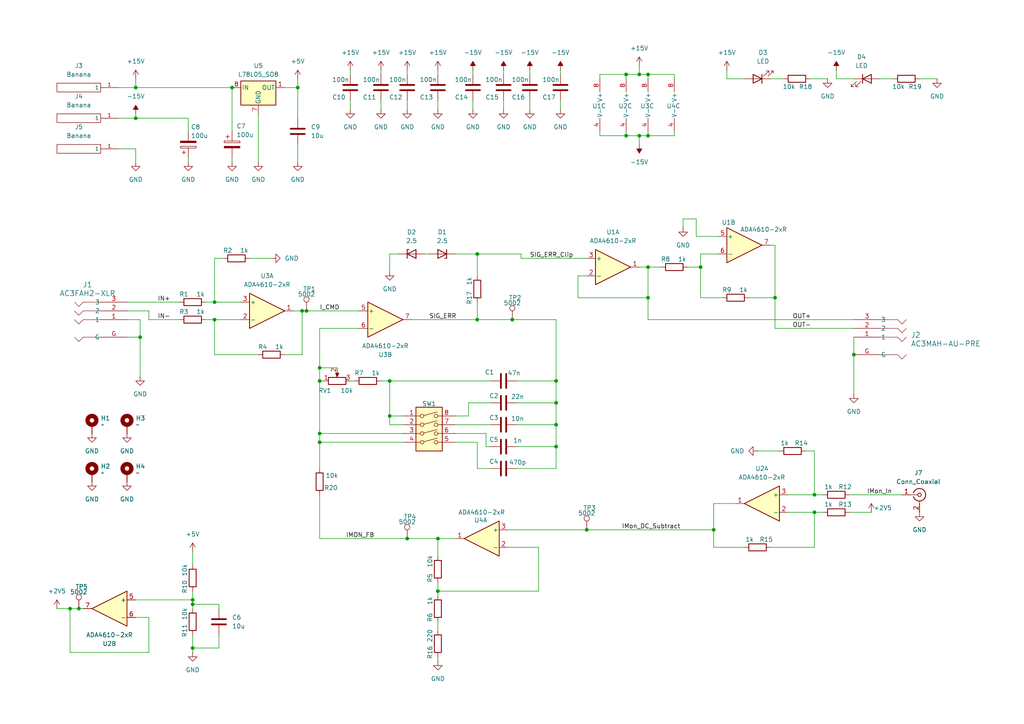
<source format=kicad_sch>
(kicad_sch (version 20231120) (generator "eeschema") (generator_version "8.0")
  (paper "A4")
  (junction (at 62.23 92.71))
  (junction (at 185.42 39.37))
  (junction (at 113.03 110.49))
  (junction (at 118.11 156.21))
  (junction (at 181.61 39.37))
  (junction (at 247.65 102.87))
  (junction (at 161.29 110.49))
  (junction (at 86.36 25.4))
  (junction (at 55.88 173.99))
  (junction (at 187.96 39.37))
  (junction (at 62.23 87.63))
  (junction (at 236.22 143.51))
  (junction (at 224.79 86.36))
  (junction (at 39.37 25.4))
  (junction (at 187.96 86.36))
  (junction (at 185.42 21.59))
  (junction (at 92.71 106.68))
  (junction (at 92.71 128.27))
  (junction (at 161.29 123.19))
  (junction (at 20.32 176.53))
  (junction (at 92.71 125.73))
  (junction (at 55.88 187.96))
  (junction (at 207.01 153.67))
  (junction (at 127 171.45))
  (junction (at 40.64 97.79))
  (junction (at 148.59 92.71))
  (junction (at 113.03 120.65))
  (junction (at 39.37 34.29))
  (junction (at 138.43 92.71))
  (junction (at 187.96 77.47))
  (junction (at 67.31 25.4))
  (junction (at 203.2 77.47))
  (junction (at 236.22 148.59))
  (junction (at 127 156.21))
  (junction (at 88.9 90.17))
  (junction (at 92.71 110.49))
  (junction (at 55.88 175.26))
  (junction (at 138.43 73.66))
  (junction (at 181.61 21.59))
  (junction (at 187.96 21.59))
  (junction (at 170.18 153.67))
  (junction (at 161.29 129.54))
  (junction (at 22.86 176.53))
  (junction (at 87.63 90.17))
  (junction (at 161.29 116.84))
  (wire (pts (xy 39.37 25.4) (xy 67.31 25.4)))
  (wire (pts (xy 62.23 74.93) (xy 64.77 74.93)))
  (wire (pts (xy 92.71 143.51) (xy 92.71 156.21)))
  (wire (pts (xy 173.99 38.1) (xy 173.99 39.37)))
  (wire (pts (xy 55.88 187.96) (xy 55.88 184.15)))
  (wire (pts (xy 63.5 176.53) (xy 63.5 175.26)))
  (wire (pts (xy 135.89 116.84) (xy 135.89 120.65)))
  (wire (pts (xy 54.61 38.1) (xy 54.61 34.29)))
  (wire (pts (xy 167.64 80.01) (xy 167.64 86.36)))
  (wire (pts (xy 209.55 86.36) (xy 203.2 86.36)))
  (wire (pts (xy 261.62 143.51) (xy 246.38 143.51)))
  (wire (pts (xy 149.86 135.89) (xy 161.29 135.89)))
  (wire (pts (xy 92.71 125.73) (xy 116.84 125.73)))
  (wire (pts (xy 153.67 20.32) (xy 153.67 21.59)))
  (wire (pts (xy 226.06 130.81) (xy 219.71 130.81)))
  (wire (pts (xy 161.29 110.49) (xy 161.29 116.84)))
  (wire (pts (xy 39.37 173.99) (xy 55.88 173.99)))
  (wire (pts (xy 224.79 71.12) (xy 224.79 86.36)))
  (wire (pts (xy 142.24 129.54) (xy 140.97 129.54)))
  (wire (pts (xy 54.61 45.72) (xy 54.61 46.99)))
  (wire (pts (xy 149.86 123.19) (xy 161.29 123.19)))
  (wire (pts (xy 153.67 29.21) (xy 153.67 31.75)))
  (wire (pts (xy 161.29 92.71) (xy 148.59 92.71)))
  (wire (pts (xy 210.82 20.32) (xy 210.82 22.86)))
  (wire (pts (xy 40.64 97.79) (xy 40.64 109.22)))
  (wire (pts (xy 162.56 29.21) (xy 162.56 31.75)))
  (wire (pts (xy 87.63 90.17) (xy 85.09 90.17)))
  (wire (pts (xy 39.37 43.18) (xy 39.37 46.99)))
  (wire (pts (xy 156.21 158.75) (xy 156.21 171.45)))
  (wire (pts (xy 101.6 20.32) (xy 101.6 21.59)))
  (wire (pts (xy 266.7 22.86) (xy 271.78 22.86)))
  (wire (pts (xy 82.55 25.4) (xy 86.36 25.4)))
  (wire (pts (xy 223.52 22.86) (xy 227.33 22.86)))
  (wire (pts (xy 86.36 34.29) (xy 86.36 25.4)))
  (wire (pts (xy 82.55 102.87) (xy 87.63 102.87)))
  (wire (pts (xy 110.49 29.21) (xy 110.49 31.75)))
  (wire (pts (xy 185.42 77.47) (xy 187.96 77.47)))
  (wire (pts (xy 113.03 73.66) (xy 115.57 73.66)))
  (wire (pts (xy 140.97 129.54) (xy 140.97 125.73)))
  (wire (pts (xy 93.98 110.49) (xy 92.71 110.49)))
  (wire (pts (xy 39.37 34.29) (xy 39.37 33.02)))
  (wire (pts (xy 20.32 189.23) (xy 20.32 176.53)))
  (wire (pts (xy 22.86 176.53) (xy 24.13 176.53)))
  (wire (pts (xy 242.57 20.32) (xy 242.57 22.86)))
  (wire (pts (xy 138.43 92.71) (xy 119.38 92.71)))
  (wire (pts (xy 236.22 148.59) (xy 236.22 158.75)))
  (wire (pts (xy 142.24 116.84) (xy 135.89 116.84)))
  (wire (pts (xy 63.5 187.96) (xy 55.88 187.96)))
  (wire (pts (xy 36.83 92.71) (xy 40.64 92.71)))
  (wire (pts (xy 36.83 87.63) (xy 52.07 87.63)))
  (wire (pts (xy 62.23 92.71) (xy 62.23 102.87)))
  (wire (pts (xy 181.61 21.59) (xy 185.42 21.59)))
  (wire (pts (xy 62.23 102.87) (xy 74.93 102.87)))
  (wire (pts (xy 161.29 135.89) (xy 161.29 129.54)))
  (wire (pts (xy 255.27 22.86) (xy 259.08 22.86)))
  (wire (pts (xy 238.76 148.59) (xy 236.22 148.59)))
  (wire (pts (xy 62.23 87.63) (xy 69.85 87.63)))
  (wire (pts (xy 55.88 173.99) (xy 55.88 175.26)))
  (wire (pts (xy 74.93 33.02) (xy 74.93 46.99)))
  (wire (pts (xy 173.99 22.86) (xy 173.99 21.59)))
  (wire (pts (xy 118.11 29.21) (xy 118.11 31.75)))
  (wire (pts (xy 161.29 129.54) (xy 161.29 123.19)))
  (wire (pts (xy 43.18 92.71) (xy 52.07 92.71)))
  (wire (pts (xy 161.29 116.84) (xy 161.29 123.19)))
  (wire (pts (xy 92.71 128.27) (xy 92.71 135.89)))
  (wire (pts (xy 151.13 74.93) (xy 170.18 74.93)))
  (wire (pts (xy 118.11 20.32) (xy 118.11 21.59)))
  (wire (pts (xy 223.52 71.12) (xy 224.79 71.12)))
  (wire (pts (xy 156.21 171.45) (xy 127 171.45)))
  (wire (pts (xy 138.43 135.89) (xy 138.43 128.27)))
  (wire (pts (xy 101.6 110.49) (xy 102.87 110.49)))
  (wire (pts (xy 92.71 106.68) (xy 92.71 110.49)))
  (wire (pts (xy 203.2 73.66) (xy 208.28 73.66)))
  (wire (pts (xy 242.57 22.86) (xy 247.65 22.86)))
  (wire (pts (xy 181.61 22.86) (xy 181.61 21.59)))
  (wire (pts (xy 20.32 176.53) (xy 22.86 176.53)))
  (wire (pts (xy 187.96 92.71) (xy 187.96 86.36)))
  (wire (pts (xy 97.79 106.68) (xy 92.71 106.68)))
  (wire (pts (xy 39.37 22.86) (xy 39.37 25.4)))
  (wire (pts (xy 86.36 22.86) (xy 86.36 25.4)))
  (wire (pts (xy 34.29 34.29) (xy 39.37 34.29)))
  (wire (pts (xy 162.56 20.32) (xy 162.56 21.59)))
  (wire (pts (xy 138.43 92.71) (xy 138.43 87.63)))
  (wire (pts (xy 236.22 148.59) (xy 228.6 148.59)))
  (wire (pts (xy 127 172.72) (xy 127 171.45)))
  (wire (pts (xy 185.42 21.59) (xy 187.96 21.59)))
  (wire (pts (xy 116.84 120.65) (xy 113.03 120.65)))
  (wire (pts (xy 62.23 92.71) (xy 69.85 92.71)))
  (wire (pts (xy 55.88 175.26) (xy 55.88 176.53)))
  (wire (pts (xy 185.42 39.37) (xy 187.96 39.37)))
  (wire (pts (xy 36.83 90.17) (xy 43.18 90.17)))
  (wire (pts (xy 234.95 22.86) (xy 240.03 22.86)))
  (wire (pts (xy 116.84 123.19) (xy 113.03 123.19)))
  (wire (pts (xy 252.73 148.59) (xy 246.38 148.59)))
  (wire (pts (xy 199.39 77.47) (xy 203.2 77.47)))
  (wire (pts (xy 127 180.34) (xy 127 182.88)))
  (wire (pts (xy 187.96 86.36) (xy 187.96 77.47)))
  (wire (pts (xy 127 171.45) (xy 127 168.91)))
  (wire (pts (xy 210.82 22.86) (xy 215.9 22.86)))
  (wire (pts (xy 43.18 179.07) (xy 43.18 189.23)))
  (wire (pts (xy 149.86 110.49) (xy 161.29 110.49)))
  (wire (pts (xy 238.76 143.51) (xy 236.22 143.51)))
  (wire (pts (xy 127 29.21) (xy 127 31.75)))
  (wire (pts (xy 187.96 38.1) (xy 187.96 39.37)))
  (wire (pts (xy 203.2 86.36) (xy 203.2 77.47)))
  (wire (pts (xy 55.88 160.02) (xy 55.88 163.83)))
  (wire (pts (xy 54.61 34.29) (xy 39.37 34.29)))
  (wire (pts (xy 110.49 110.49) (xy 113.03 110.49)))
  (wire (pts (xy 55.88 171.45) (xy 55.88 173.99)))
  (wire (pts (xy 127 161.29) (xy 127 156.21)))
  (wire (pts (xy 151.13 74.93) (xy 151.13 73.66)))
  (wire (pts (xy 142.24 135.89) (xy 138.43 135.89)))
  (wire (pts (xy 151.13 73.66) (xy 138.43 73.66)))
  (wire (pts (xy 247.65 102.87) (xy 247.65 114.3)))
  (wire (pts (xy 132.08 73.66) (xy 138.43 73.66)))
  (wire (pts (xy 167.64 86.36) (xy 187.96 86.36)))
  (wire (pts (xy 113.03 110.49) (xy 142.24 110.49)))
  (wire (pts (xy 170.18 80.01) (xy 167.64 80.01)))
  (wire (pts (xy 55.88 189.23) (xy 55.88 187.96)))
  (wire (pts (xy 72.39 74.93) (xy 78.74 74.93)))
  (wire (pts (xy 187.96 21.59) (xy 195.58 21.59)))
  (wire (pts (xy 59.69 92.71) (xy 62.23 92.71)))
  (wire (pts (xy 113.03 78.74) (xy 113.03 73.66)))
  (wire (pts (xy 132.08 123.19) (xy 142.24 123.19)))
  (wire (pts (xy 215.9 158.75) (xy 207.01 158.75)))
  (wire (pts (xy 236.22 130.81) (xy 233.68 130.81)))
  (wire (pts (xy 138.43 80.01) (xy 138.43 73.66)))
  (wire (pts (xy 127 20.32) (xy 127 21.59)))
  (wire (pts (xy 207.01 153.67) (xy 207.01 146.05)))
  (wire (pts (xy 195.58 39.37) (xy 195.58 38.1)))
  (wire (pts (xy 92.71 110.49) (xy 92.71 125.73)))
  (wire (pts (xy 247.65 97.79) (xy 247.65 102.87)))
  (wire (pts (xy 132.08 125.73) (xy 140.97 125.73)))
  (wire (pts (xy 127 190.5) (xy 127 191.77)))
  (wire (pts (xy 173.99 39.37) (xy 181.61 39.37)))
  (wire (pts (xy 201.93 63.5) (xy 198.12 63.5)))
  (wire (pts (xy 247.65 95.25) (xy 224.79 95.25)))
  (wire (pts (xy 146.05 20.32) (xy 146.05 21.59)))
  (wire (pts (xy 181.61 39.37) (xy 185.42 39.37)))
  (wire (pts (xy 113.03 110.49) (xy 113.03 120.65)))
  (wire (pts (xy 137.16 20.32) (xy 137.16 21.59)))
  (wire (pts (xy 55.88 175.26) (xy 63.5 175.26)))
  (wire (pts (xy 247.65 92.71) (xy 187.96 92.71)))
  (wire (pts (xy 181.61 38.1) (xy 181.61 39.37)))
  (wire (pts (xy 135.89 120.65) (xy 132.08 120.65)))
  (wire (pts (xy 185.42 39.37) (xy 185.42 41.91)))
  (wire (pts (xy 59.69 87.63) (xy 62.23 87.63)))
  (wire (pts (xy 236.22 158.75) (xy 223.52 158.75)))
  (wire (pts (xy 127 156.21) (xy 132.08 156.21)))
  (wire (pts (xy 88.9 90.17) (xy 104.14 90.17)))
  (wire (pts (xy 123.19 73.66) (xy 124.46 73.66)))
  (wire (pts (xy 86.36 41.91) (xy 86.36 46.99)))
  (wire (pts (xy 203.2 73.66) (xy 203.2 77.47)))
  (wire (pts (xy 63.5 184.15) (xy 63.5 187.96)))
  (wire (pts (xy 148.59 92.71) (xy 138.43 92.71)))
  (wire (pts (xy 224.79 95.25) (xy 224.79 86.36)))
  (wire (pts (xy 92.71 125.73) (xy 92.71 128.27)))
  (wire (pts (xy 170.18 153.67) (xy 207.01 153.67)))
  (wire (pts (xy 92.71 95.25) (xy 92.71 106.68)))
  (wire (pts (xy 149.86 116.84) (xy 161.29 116.84)))
  (wire (pts (xy 161.29 92.71) (xy 161.29 110.49)))
  (wire (pts (xy 113.03 120.65) (xy 113.03 123.19)))
  (wire (pts (xy 92.71 95.25) (xy 104.14 95.25)))
  (wire (pts (xy 173.99 21.59) (xy 181.61 21.59)))
  (wire (pts (xy 137.16 29.21) (xy 137.16 31.75)))
  (wire (pts (xy 138.43 128.27) (xy 132.08 128.27)))
  (wire (pts (xy 147.32 153.67) (xy 170.18 153.67)))
  (wire (pts (xy 187.96 39.37) (xy 195.58 39.37)))
  (wire (pts (xy 43.18 189.23) (xy 20.32 189.23)))
  (wire (pts (xy 87.63 102.87) (xy 87.63 90.17)))
  (wire (pts (xy 110.49 20.32) (xy 110.49 21.59)))
  (wire (pts (xy 149.86 129.54) (xy 161.29 129.54)))
  (wire (pts (xy 146.05 29.21) (xy 146.05 31.75)))
  (wire (pts (xy 185.42 21.59) (xy 185.42 19.05)))
  (wire (pts (xy 36.83 97.79) (xy 40.64 97.79)))
  (wire (pts (xy 62.23 87.63) (xy 62.23 74.93)))
  (wire (pts (xy 39.37 179.07) (xy 43.18 179.07)))
  (wire (pts (xy 236.22 143.51) (xy 236.22 130.81)))
  (wire (pts (xy 34.29 25.4) (xy 39.37 25.4)))
  (wire (pts (xy 67.31 38.1) (xy 67.31 25.4)))
  (wire (pts (xy 34.29 43.18) (xy 39.37 43.18)))
  (wire (pts (xy 187.96 22.86) (xy 187.96 21.59)))
  (wire (pts (xy 92.71 128.27) (xy 116.84 128.27)))
  (wire (pts (xy 40.64 92.71) (xy 40.64 97.79)))
  (wire (pts (xy 236.22 143.51) (xy 228.6 143.51)))
  (wire (pts (xy 195.58 21.59) (xy 195.58 22.86)))
  (wire (pts (xy 101.6 29.21) (xy 101.6 31.75)))
  (wire (pts (xy 16.51 176.53) (xy 20.32 176.53)))
  (wire (pts (xy 208.28 68.58) (xy 201.93 68.58)))
  (wire (pts (xy 92.71 156.21) (xy 118.11 156.21)))
  (wire (pts (xy 87.63 90.17) (xy 88.9 90.17)))
  (wire (pts (xy 198.12 63.5) (xy 198.12 66.04)))
  (wire (pts (xy 147.32 158.75) (xy 156.21 158.75)))
  (wire (pts (xy 207.01 158.75) (xy 207.01 153.67)))
  (wire (pts (xy 118.11 156.21) (xy 127 156.21)))
  (wire (pts (xy 201.93 68.58) (xy 201.93 63.5)))
  (wire (pts (xy 187.96 77.47) (xy 191.77 77.47)))
  (wire (pts (xy 67.31 45.72) (xy 67.31 46.99)))
  (wire (pts (xy 207.01 146.05) (xy 213.36 146.05)))
  (wire (pts (xy 43.18 92.71) (xy 43.18 90.17)))
  (wire (pts (xy 224.79 86.36) (xy 217.17 86.36)))
  (label "I_CMD" (at 92.71 90.17 0))
  (label "IN+" (at 45.72 87.63 0))
  (label "OUT-" (at 229.87 95.25 0))
  (label "SIG_ERR_Clip" (at 153.67 74.93 0))
  (label "IMon_DC_Subtract" (at 180.34 153.67 0))
  (label "IN-" (at 45.72 92.71 0))
  (label "IMon_In" (at 251.46 143.51 0))
  (label "SIG_ERR" (at 124.46 92.71 0))
  (label "OUT+" (at 229.87 92.71 0))
  (label "IMON_FB" (at 100.33 156.21 0))
  (symbol (lib_id "Device:C_Polarized") (at 67.31 41.91 0) (unit 1)
    (property "Reference" "C7" (at 68.58 36.576 0) (effects (justify left)))
    (property "Value" "100u" (at 68.58 39.116 0) (effects (justify left)))
    (property "Footprint" "Capacitor_THT:CP_Radial_D6.3mm_P2.50mm" (effects (hide yes)))
    (property "Description" "Polarized capacitor" (effects (hide yes)))
  )
  (symbol (lib_id "power:+2V5") (at 252.73 148.59 0) (unit 1)
    (property "Reference" "#PWR012" (effects (hide yes)))
    (property "Value" "+2V5" (at 256.032 147.32 0))
    (property "Description" "Power symbol creates a global label with name \"+2V5\"" (effects (hide yes)))
  )
  (symbol (lib_id "Mechanical:MountingHole_Pad") (at 26.67 123.19 0) (unit 1) (exclude_from_sim yes) (in_bom no)
    (property "Reference" "H1" (at 29.21 121.2849 0) (effects (justify left)))
    (property "Value" "~" (at 29.21 123.19 0) (effects (justify left)))
    (property "Footprint" "MountingHole:MountingHole_3.2mm_M3_DIN965_Pad" (effects (hide yes)))
    (property "Description" "Mounting Hole with connection" (effects (hide yes)))
  )
  (symbol (lib_id "power:GND") (at 101.6 31.75 0) (unit 1)
    (property "Reference" "#PWR028" (effects (hide yes)))
    (property "Value" "GND" (at 101.6 36.83 0))
    (property "Description" "Power symbol creates a global label with name \"GND\" , ground" (effects (hide yes)))
  )
  (symbol (lib_id "Device:C") (at 146.05 25.4 180) (unit 1)
    (property "Reference" "C15" (at 142.748 28.194 0))
    (property "Value" "100n" (at 143.256 23.114 0))
    (property "Footprint" "Capacitor_SMD:C_0805_2012Metric_Pad1.18x1.45mm_HandSolder" (effects (hide yes)))
    (property "Description" "Unpolarized capacitor" (effects (hide yes)))
  )
  (symbol (lib_id "Device:C") (at 86.36 38.1 180) (unit 1)
    (property "Reference" "C9" (at 90.17 36.8299 0) (effects (justify right)))
    (property "Value" "10u" (at 90.17 39.3699 0) (effects (justify right)))
    (property "Footprint" "Capacitor_SMD:C_0805_2012Metric_Pad1.18x1.45mm_HandSolder" (effects (hide yes)))
    (property "Description" "Unpolarized capacitor" (effects (hide yes)))
  )
  (symbol (lib_id "Amplifier_Operational:ADA4610-2xR") (at 77.47 90.17 0) (unit 1)
    (property "Reference" "U3" (at 77.47 80.01 0))
    (property "Value" "ADA4610-2xR" (at 77.47 82.55 0))
    (property "Footprint" "Package_SO:SOIC-8_3.9x4.9mm_P1.27mm" (effects (hide yes)))
    (property "Datasheet" "https://www.analog.com/media/en/technical-documentation/data-sheets/ADA4610-1_4610-2_4610-4.pdf" (effects (hide yes)))
    (property "Description" "Dual Low Noise, Precision, Rail-to-Rail Output, JFET Op Amp, SOIC-8" (effects (hide yes)))
  )
  (symbol (lib_id "Amplifier_Operational:ADA4610-2xR") (at 181.61 30.48 0) (unit 3)
    (property "Reference" "U2" (at 183.388 30.734 0) (effects (justify right)))
    (property "Value" "ADA4610-2xR" (effects (hide yes)))
    (property "Footprint" "Package_SO:SOIC-8_3.9x4.9mm_P1.27mm" (effects (hide yes)))
    (property "Datasheet" "https://www.analog.com/media/en/technical-documentation/data-sheets/ADA4610-1_4610-2_4610-4.pdf" (effects (hide yes)))
    (property "Description" "Dual Low Noise, Precision, Rail-to-Rail Output, JFET Op Amp, SOIC-8" (effects (hide yes)))
  )
  (symbol (lib_id "Device:C") (at 146.05 110.49 90) (unit 1)
    (property "Reference" "C1" (at 141.986 107.95 90))
    (property "Value" "47n" (at 149.098 108.204 90))
    (property "Footprint" "Capacitor_SMD:C_0805_2012Metric_Pad1.18x1.45mm_HandSolder" (effects (hide yes)))
    (property "Description" "Unpolarized capacitor" (effects (hide yes)))
  )
  (symbol (lib_id "Device:R") (at 55.88 167.64 180) (unit 1)
    (property "Reference" "R10" (at 53.594 170.18 90))
    (property "Value" "10k" (at 53.594 165.354 90))
    (property "Footprint" "Resistor_SMD:R_0805_2012Metric_Pad1.20x1.40mm_HandSolder" (effects (hide yes)))
    (property "Description" "Resistor" (effects (hide yes)))
  )
  (symbol (lib_id "Connector:TestPoint") (at 148.59 92.71 0) (unit 1)
    (property "Reference" "TP2" (at 147.574 86.36 0) (effects (justify left)))
    (property "Value" "5002" (at 146.05 87.884 0) (effects (justify left)))
    (property "Footprint" "TestPoint:TestPoint_Loop_D2.50mm_Drill1.0mm" (effects (hide yes)))
    (property "Description" "test point" (effects (hide yes)))
  )
  (symbol (lib_id "Device:C") (at 146.05 129.54 90) (unit 1)
    (property "Reference" "C5" (at 143.256 127.508 90))
    (property "Value" "1n" (at 150.114 127.762 90))
    (property "Footprint" "Capacitor_SMD:C_0805_2012Metric_Pad1.18x1.45mm_HandSolder" (effects (hide yes)))
    (property "Description" "Unpolarized capacitor" (effects (hide yes)))
  )
  (symbol (lib_id "Device:C") (at 146.05 135.89 90) (unit 1)
    (property "Reference" "C4" (at 143.256 133.858 90))
    (property "Value" "470p" (at 150.114 134.112 90))
    (property "Footprint" "Capacitor_SMD:C_0805_2012Metric_Pad1.18x1.45mm_HandSolder" (effects (hide yes)))
    (property "Description" "Unpolarized capacitor" (effects (hide yes)))
  )
  (symbol (lib_id "Device:R") (at 78.74 102.87 90) (unit 1)
    (property "Reference" "R4" (at 76.2 100.584 90))
    (property "Value" "1k" (at 81.026 100.584 90))
    (property "Footprint" "Resistor_SMD:R_0805_2012Metric_Pad1.20x1.40mm_HandSolder" (effects (hide yes)))
    (property "Description" "Resistor" (effects (hide yes)))
  )
  (symbol (lib_id "Device:R") (at 55.88 92.71 90) (unit 1)
    (property "Reference" "R3" (at 53.34 90.424 90))
    (property "Value" "1k" (at 58.166 90.424 90))
    (property "Footprint" "Resistor_SMD:R_0805_2012Metric_Pad1.20x1.40mm_HandSolder" (effects (hide yes)))
    (property "Description" "Resistor" (effects (hide yes)))
  )
  (symbol (lib_id "power:-15V") (at 185.42 41.91 0) (mirror x) (unit 1)
    (property "Reference" "#PWR025" (effects (hide yes)))
    (property "Value" "-15V" (at 185.42 46.99 0))
    (property "Description" "Power symbol creates a global label with name \"-15V\"" (effects (hide yes)))
  )
  (symbol (lib_id "Connector:Conn_Coaxial") (at 266.7 143.51 0) (unit 1)
    (property "Reference" "J7" (at 266.3826 137.16 0))
    (property "Value" "Conn_Coaxial" (at 266.3826 139.7 0))
    (property "Footprint" "Eli_Lib:31-5486-1010 BNC Panel RA" (effects (hide yes)))
    (property "Description" "coaxial connector (BNC, SMA, SMB, SMC, Cinch/RCA, LEMO, ...)" (effects (hide yes)))
  )
  (symbol (lib_id "power:+15V") (at 185.42 19.05 0) (unit 1)
    (property "Reference" "#PWR026" (effects (hide yes)))
    (property "Value" "+15V" (at 185.42 13.97 0))
    (property "Description" "Power symbol creates a global label with name \"+15V\"" (effects (hide yes)))
  )
  (symbol (lib_id "Device:R") (at 242.57 143.51 270) (mirror x) (unit 1)
    (property "Reference" "R12" (at 245.11 141.224 90))
    (property "Value" "1k" (at 240.284 141.224 90))
    (property "Footprint" "Resistor_SMD:R_0805_2012Metric_Pad1.20x1.40mm_HandSolder" (effects (hide yes)))
    (property "Description" "Resistor" (effects (hide yes)))
  )
  (symbol (lib_id "Device:D_Zener") (at 119.38 73.66 0) (unit 1)
    (property "Reference" "D2" (at 119.38 67.31 0))
    (property "Value" "2.5" (at 119.38 69.85 0))
    (property "Footprint" "Diode_SMD:D_SOD-123" (effects (hide yes)))
    (property "Description" "Zener diode" (effects (hide yes)))
  )
  (symbol (lib_id "power:GND") (at 86.36 46.99 0) (unit 1)
    (property "Reference" "#PWR020" (effects (hide yes)))
    (property "Value" "GND" (at 86.36 52.07 0))
    (property "Description" "Power symbol creates a global label with name \"GND\" , ground" (effects (hide yes)))
  )
  (symbol (lib_id "Device:C") (at 127 25.4 180) (unit 1)
    (property "Reference" "C13" (at 123.698 28.194 0))
    (property "Value" "100n" (at 124.206 23.114 0))
    (property "Footprint" "Capacitor_SMD:C_0805_2012Metric_Pad1.18x1.45mm_HandSolder" (effects (hide yes)))
    (property "Description" "Unpolarized capacitor" (effects (hide yes)))
  )
  (symbol (lib_id "power:GND") (at 271.78 22.86 0) (unit 1)
    (property "Reference" "#PWR024" (effects (hide yes)))
    (property "Value" "GND" (at 271.78 27.94 0))
    (property "Description" "Power symbol creates a global label with name \"GND\" , ground" (effects (hide yes)))
  )
  (symbol (lib_id "Device:R") (at 55.88 180.34 180) (unit 1)
    (property "Reference" "R11" (at 53.594 182.88 90))
    (property "Value" "10k" (at 53.594 178.054 90))
    (property "Footprint" "Resistor_SMD:R_0805_2012Metric_Pad1.20x1.40mm_HandSolder" (effects (hide yes)))
    (property "Description" "Resistor" (effects (hide yes)))
  )
  (symbol (lib_id "Device:R") (at 195.58 77.47 90) (unit 1)
    (property "Reference" "R8" (at 193.04 75.184 90))
    (property "Value" "1k" (at 197.866 75.184 90))
    (property "Footprint" "Resistor_SMD:R_0805_2012Metric_Pad1.20x1.40mm_HandSolder" (effects (hide yes)))
    (property "Description" "Resistor" (effects (hide yes)))
  )
  (symbol (lib_id "Amplifier_Operational:ADA4610-2xR") (at 220.98 146.05 0) (mirror y) (unit 1)
    (property "Reference" "U2" (at 220.98 135.89 0))
    (property "Value" "ADA4610-2xR" (at 220.98 138.43 0))
    (property "Footprint" "Package_SO:SOIC-8_3.9x4.9mm_P1.27mm" (effects (hide yes)))
    (property "Datasheet" "https://www.analog.com/media/en/technical-documentation/data-sheets/ADA4610-1_4610-2_4610-4.pdf" (effects (hide yes)))
    (property "Description" "Dual Low Noise, Precision, Rail-to-Rail Output, JFET Op Amp, SOIC-8" (effects (hide yes)))
  )
  (symbol (lib_id "power:-15V") (at 39.37 33.02 0) (unit 1)
    (property "Reference" "#PWR014" (effects (hide yes)))
    (property "Value" "-15V" (at 39.37 27.94 0))
    (property "Description" "Power symbol creates a global label with name \"-15V\"" (effects (hide yes)))
  )
  (symbol (lib_id "Connector:TestPoint") (at 22.86 176.53 0) (unit 1)
    (property "Reference" "TP5" (at 21.844 170.18 0) (effects (justify left)))
    (property "Value" "5002" (at 20.32 171.704 0) (effects (justify left)))
    (property "Footprint" "TestPoint:TestPoint_Loop_D2.50mm_Drill1.0mm" (effects (hide yes)))
    (property "Description" "test point" (effects (hide yes)))
  )
  (symbol (lib_id "Device:R") (at 138.43 83.82 180) (unit 1)
    (property "Reference" "R17" (at 136.144 86.36 90))
    (property "Value" "1k" (at 136.144 81.534 90))
    (property "Footprint" "Resistor_SMD:R_0805_2012Metric_Pad1.20x1.40mm_HandSolder" (effects (hide yes)))
    (property "Description" "Resistor" (effects (hide yes)))
  )
  (symbol (lib_id "Device:R") (at 55.88 87.63 90) (unit 1)
    (property "Reference" "R1" (at 53.34 85.344 90))
    (property "Value" "1k" (at 58.166 85.344 90))
    (property "Footprint" "Resistor_SMD:R_0805_2012Metric_Pad1.20x1.40mm_HandSolder" (effects (hide yes)))
    (property "Description" "Resistor" (effects (hide yes)))
  )
  (symbol (lib_id "power:-15V") (at 137.16 20.32 0) (unit 1)
    (property "Reference" "#PWR035" (effects (hide yes)))
    (property "Value" "-15V" (at 137.16 15.24 0))
    (property "Description" "Power symbol creates a global label with name \"-15V\"" (effects (hide yes)))
  )
  (symbol (lib_id "power:-15V") (at 242.57 20.32 0) (unit 1)
    (property "Reference" "#PWR023" (effects (hide yes)))
    (property "Value" "-15V" (at 242.57 15.24 0))
    (property "Description" "Power symbol creates a global label with name \"-15V\"" (effects (hide yes)))
  )
  (symbol (lib_id "Connector:TestPoint") (at 118.11 156.21 0) (unit 1)
    (property "Reference" "TP4" (at 117.094 149.86 0) (effects (justify left)))
    (property "Value" "5002" (at 115.57 151.384 0) (effects (justify left)))
    (property "Footprint" "TestPoint:TestPoint_Loop_D2.50mm_Drill1.0mm" (effects (hide yes)))
    (property "Description" "test point" (effects (hide yes)))
  )
  (symbol (lib_id "Device:C") (at 101.6 25.4 180) (unit 1)
    (property "Reference" "C10" (at 98.298 28.194 0))
    (property "Value" "100n" (at 98.806 23.114 0))
    (property "Footprint" "Capacitor_SMD:C_0805_2012Metric_Pad1.18x1.45mm_HandSolder" (effects (hide yes)))
    (property "Description" "Unpolarized capacitor" (effects (hide yes)))
  )
  (symbol (lib_id "Device:C") (at 153.67 25.4 180) (unit 1)
    (property "Reference" "C16" (at 150.368 28.194 0))
    (property "Value" "100n" (at 150.876 23.114 0))
    (property "Footprint" "Capacitor_SMD:C_0805_2012Metric_Pad1.18x1.45mm_HandSolder" (effects (hide yes)))
    (property "Description" "Unpolarized capacitor" (effects (hide yes)))
  )
  (symbol (lib_id "Device:R") (at 262.89 22.86 270) (unit 1)
    (property "Reference" "R19" (at 265.43 25.146 90))
    (property "Value" "10k" (at 260.604 25.146 90))
    (property "Footprint" "Resistor_SMD:R_0805_2012Metric_Pad1.20x1.40mm_HandSolder" (effects (hide yes)))
    (property "Description" "Resistor" (effects (hide yes)))
  )
  (symbol (lib_id "power:GND") (at 153.67 31.75 0) (unit 1)
    (property "Reference" "#PWR040" (effects (hide yes)))
    (property "Value" "GND" (at 153.67 36.83 0))
    (property "Description" "Power symbol creates a global label with name \"GND\" , ground" (effects (hide yes)))
  )
  (symbol (lib_id "Device:C_Polarized") (at 54.61 41.91 0) (mirror x) (unit 1)
    (property "Reference" "C8" (at 55.372 36.83 0) (effects (justify left)))
    (property "Value" "100u" (at 55.372 39.37 0) (effects (justify left)))
    (property "Footprint" "Capacitor_THT:CP_Radial_D6.3mm_P2.50mm" (effects (hide yes)))
    (property "Description" "Polarized capacitor" (effects (hide yes)))
  )
  (symbol (lib_id "power:+15V") (at 101.6 20.32 0) (unit 1)
    (property "Reference" "#PWR027" (effects (hide yes)))
    (property "Value" "+15V" (at 101.6 15.24 0))
    (property "Description" "Power symbol creates a global label with name \"+15V\"" (effects (hide yes)))
  )
  (symbol (lib_id "Eli_v6Lib:Banana") (at 22.86 43.18 0) (unit 1)
    (property "Reference" "J5" (at 22.86 36.83 0))
    (property "Value" "Banana" (at 22.86 39.37 0))
    (property "Footprint" "Eli_Lib:Banana-FCR7350L" (effects (hide yes)))
  )
  (symbol (lib_id "power:-15V") (at 146.05 20.32 0) (unit 1)
    (property "Reference" "#PWR037" (effects (hide yes)))
    (property "Value" "-15V" (at 146.05 15.24 0))
    (property "Description" "Power symbol creates a global label with name \"-15V\"" (effects (hide yes)))
  )
  (symbol (lib_id "power:-15V") (at 162.56 20.32 0) (unit 1)
    (property "Reference" "#PWR041" (effects (hide yes)))
    (property "Value" "-15V" (at 162.56 15.24 0))
    (property "Description" "Power symbol creates a global label with name \"-15V\"" (effects (hide yes)))
  )
  (symbol (lib_id "power:+5V") (at 86.36 22.86 0) (unit 1)
    (property "Reference" "#PWR018" (effects (hide yes)))
    (property "Value" "+5V" (at 86.36 17.78 0))
    (property "Description" "Power symbol creates a global label with name \"+5V\"" (effects (hide yes)))
  )
  (symbol (lib_id "Amplifier_Operational:ADA4610-2xR") (at 173.99 30.48 0) (unit 3)
    (property "Reference" "U1" (at 175.768 30.734 0) (effects (justify right)))
    (property "Value" "ADA4610-2xR" (effects (hide yes)))
    (property "Footprint" "Package_SO:SOIC-8_3.9x4.9mm_P1.27mm" (effects (hide yes)))
    (property "Datasheet" "https://www.analog.com/media/en/technical-documentation/data-sheets/ADA4610-1_4610-2_4610-4.pdf" (effects (hide yes)))
    (property "Description" "Dual Low Noise, Precision, Rail-to-Rail Output, JFET Op Amp, SOIC-8" (effects (hide yes)))
  )
  (symbol (lib_id "Device:C") (at 137.16 25.4 180) (unit 1)
    (property "Reference" "C14" (at 133.858 28.194 0))
    (property "Value" "100n" (at 134.366 23.114 0))
    (property "Footprint" "Capacitor_SMD:C_0805_2012Metric_Pad1.18x1.45mm_HandSolder" (effects (hide yes)))
    (property "Description" "Unpolarized capacitor" (effects (hide yes)))
  )
  (symbol (lib_id "power:+15V") (at 210.82 20.32 0) (unit 1)
    (property "Reference" "#PWR021" (effects (hide yes)))
    (property "Value" "+15V" (at 210.82 15.24 0))
    (property "Description" "Power symbol creates a global label with name \"+15V\"" (effects (hide yes)))
  )
  (symbol (lib_id "Device:C") (at 110.49 25.4 180) (unit 1)
    (property "Reference" "C11" (at 107.188 28.194 0))
    (property "Value" "100n" (at 107.696 23.114 0))
    (property "Footprint" "Capacitor_SMD:C_0805_2012Metric_Pad1.18x1.45mm_HandSolder" (effects (hide yes)))
    (property "Description" "Unpolarized capacitor" (effects (hide yes)))
  )
  (symbol (lib_id "power:GND") (at 110.49 31.75 0) (unit 1)
    (property "Reference" "#PWR030" (effects (hide yes)))
    (property "Value" "GND" (at 110.49 36.83 0))
    (property "Description" "Power symbol creates a global label with name \"GND\" , ground" (effects (hide yes)))
  )
  (symbol (lib_id "power:GND") (at 162.56 31.75 0) (unit 1)
    (property "Reference" "#PWR042" (effects (hide yes)))
    (property "Value" "GND" (at 162.56 36.83 0))
    (property "Description" "Power symbol creates a global label with name \"GND\" , ground" (effects (hide yes)))
  )
  (symbol (lib_id "power:GND") (at 55.88 189.23 0) (unit 1)
    (property "Reference" "#PWR06" (effects (hide yes)))
    (property "Value" "GND" (at 55.88 194.31 0))
    (property "Description" "Power symbol creates a global label with name \"GND\" , ground" (effects (hide yes)))
  )
  (symbol (lib_id "power:+15V") (at 39.37 22.86 0) (unit 1)
    (property "Reference" "#PWR013" (effects (hide yes)))
    (property "Value" "+15V" (at 39.37 17.78 0))
    (property "Description" "Power symbol creates a global label with name \"+15V\"" (effects (hide yes)))
  )
  (symbol (lib_id "Eli_v6Lib:AC3FAH2-XLR") (at 36.83 87.63 0) (unit 1)
    (property "Reference" "J1" (at 25.4 82.55 0) (effects (font (size 1.524 1.524))))
    (property "Value" "AC3FAH2-XLR" (at 25.4 85.09 0) (effects (font (size 1.524 1.524))))
    (property "Footprint" "Eli_Lib:AC3FAH2-F-XLR" (effects (hide yes)))
    (property "Datasheet" "https://amphenolaudio.com/wp-content/uploads/2015/06/AC3FAH2-AU-PRE.pdf" (effects (hide yes)))
  )
  (symbol (lib_id "power:GND") (at 67.31 46.99 0) (unit 1)
    (property "Reference" "#PWR017" (effects (hide yes)))
    (property "Value" "GND" (at 67.31 52.07 0))
    (property "Description" "Power symbol creates a global label with name \"GND\" , ground" (effects (hide yes)))
  )
  (symbol (lib_id "Device:R") (at 127 186.69 180) (unit 1)
    (property "Reference" "R16" (at 124.714 189.23 90))
    (property "Value" "220" (at 124.714 184.404 90))
    (property "Footprint" "Resistor_SMD:R_0805_2012Metric_Pad1.20x1.40mm_HandSolder" (effects (hide yes)))
    (property "Description" "Resistor" (effects (hide yes)))
  )
  (symbol (lib_id "Device:C") (at 63.5 180.34 180) (unit 1)
    (property "Reference" "C6" (at 67.31 179.0699 0) (effects (justify right)))
    (property "Value" "10u" (at 67.31 181.6099 0) (effects (justify right)))
    (property "Footprint" "Capacitor_SMD:C_0805_2012Metric_Pad1.18x1.45mm_HandSolder" (effects (hide yes)))
    (property "Description" "Unpolarized capacitor" (effects (hide yes)))
  )
  (symbol (lib_id "Device:LED") (at 251.46 22.86 0) (unit 1)
    (property "Reference" "D4" (at 249.8725 16.51 0))
    (property "Value" "LED" (at 249.8725 19.05 0))
    (property "Footprint" "LED_SMD:LED_0805_2012Metric_Pad1.15x1.40mm_HandSolder" (effects (hide yes)))
    (property "Description" "Light emitting diode" (effects (hide yes)))
  )
  (symbol (lib_id "power:GND") (at 219.71 130.81 270) (mirror x) (unit 1)
    (property "Reference" "#PWR08" (effects (hide yes)))
    (property "Value" "GND" (at 215.9 130.8099 90) (effects (justify right)))
    (property "Description" "Power symbol creates a global label with name \"GND\" , ground" (effects (hide yes)))
  )
  (symbol (lib_id "Switch:SW_DIP_x04") (at 124.46 125.73 0) (unit 1)
    (property "Reference" "SW1" (at 124.46 117.094 0))
    (property "Value" "SW_DIP_x04" (effects (hide yes)))
    (property "Footprint" "Button_Switch_SMD:SW_DIP_SPSTx04_Slide_9.78x12.34mm_W8.61mm_P2.54mm" (effects (hide yes)))
    (property "Description" "4x DIP Switch, Single Pole Single Throw (SPST) switch, small symbol" (effects (hide yes)))
  )
  (symbol (lib_id "Mechanical:MountingHole_Pad") (at 26.67 137.16 0) (unit 1) (exclude_from_sim yes) (in_bom no)
    (property "Reference" "H2" (at 29.21 135.2549 0) (effects (justify left)))
    (property "Value" "~" (at 29.21 137.16 0) (effects (justify left)))
    (property "Footprint" "MountingHole:MountingHole_3.2mm_M3_DIN965_Pad" (effects (hide yes)))
    (property "Description" "Mounting Hole with connection" (effects (hide yes)))
  )
  (symbol (lib_id "Device:R_Potentiometer") (at 97.79 110.49 90) (unit 1)
    (property "Reference" "RV1" (at 94.234 113.284 90))
    (property "Value" "10k" (at 100.584 113.284 90))
    (property "Footprint" "Potentiometer_THT:Potentiometer_Bourns_3296W_Vertical" (effects (hide yes)))
    (property "Description" "Potentiometer" (effects (hide yes)))
  )
  (symbol (lib_id "Device:R") (at 213.36 86.36 90) (unit 1)
    (property "Reference" "R9" (at 210.82 84.074 90))
    (property "Value" "1k" (at 215.646 84.074 90))
    (property "Footprint" "Resistor_SMD:R_0805_2012Metric_Pad1.20x1.40mm_HandSolder" (effects (hide yes)))
    (property "Description" "Resistor" (effects (hide yes)))
  )
  (symbol (lib_id "power:+15V") (at 118.11 20.32 0) (unit 1)
    (property "Reference" "#PWR031" (effects (hide yes)))
    (property "Value" "+15V" (at 118.11 15.24 0))
    (property "Description" "Power symbol creates a global label with name \"+15V\"" (effects (hide yes)))
  )
  (symbol (lib_id "Device:C") (at 118.11 25.4 180) (unit 1)
    (property "Reference" "C12" (at 114.808 28.194 0))
    (property "Value" "100n" (at 115.316 23.114 0))
    (property "Footprint" "Capacitor_SMD:C_0805_2012Metric_Pad1.18x1.45mm_HandSolder" (effects (hide yes)))
    (property "Description" "Unpolarized capacitor" (effects (hide yes)))
  )
  (symbol (lib_id "Amplifier_Operational:ADA4610-2xR") (at 177.8 77.47 0) (unit 1)
    (property "Reference" "U1" (at 177.8 67.31 0))
    (property "Value" "ADA4610-2xR" (at 177.8 69.85 0))
    (property "Footprint" "Package_SO:SOIC-8_3.9x4.9mm_P1.27mm" (effects (hide yes)))
    (property "Datasheet" "https://www.analog.com/media/en/technical-documentation/data-sheets/ADA4610-1_4610-2_4610-4.pdf" (effects (hide yes)))
    (property "Description" "Dual Low Noise, Precision, Rail-to-Rail Output, JFET Op Amp, SOIC-8" (effects (hide yes)))
  )
  (symbol (lib_id "Device:LED") (at 219.71 22.86 180) (unit 1)
    (property "Reference" "D3" (at 221.2975 15.24 0))
    (property "Value" "LED" (at 221.2975 17.78 0))
    (property "Footprint" "LED_SMD:LED_0805_2012Metric_Pad1.15x1.40mm_HandSolder" (effects (hide yes)))
    (property "Description" "Light emitting diode" (effects (hide yes)))
  )
  (symbol (lib_id "power:GND") (at 74.93 46.99 0) (unit 1)
    (property "Reference" "#PWR019" (effects (hide yes)))
    (property "Value" "GND" (at 74.93 52.07 0))
    (property "Description" "Power symbol creates a global label with name \"GND\" , ground" (effects (hide yes)))
  )
  (symbol (lib_id "Device:R") (at 219.71 158.75 270) (mirror x) (unit 1)
    (property "Reference" "R15" (at 222.25 156.464 90))
    (property "Value" "1k" (at 217.424 156.464 90))
    (property "Footprint" "Resistor_SMD:R_0805_2012Metric_Pad1.20x1.40mm_HandSolder" (effects (hide yes)))
    (property "Description" "Resistor" (effects (hide yes)))
  )
  (symbol (lib_id "power:GND") (at 127 191.77 0) (unit 1)
    (property "Reference" "#PWR03" (effects (hide yes)))
    (property "Value" "GND" (at 127 196.85 0))
    (property "Description" "Power symbol creates a global label with name \"GND\" , ground" (effects (hide yes)))
  )
  (symbol (lib_id "power:GND") (at 266.7 148.59 0) (unit 1)
    (property "Reference" "#PWR09" (effects (hide yes)))
    (property "Value" "GND" (at 266.7 153.67 0))
    (property "Description" "Power symbol creates a global label with name \"GND\" , ground" (effects (hide yes)))
  )
  (symbol (lib_id "Device:R") (at 127 176.53 180) (unit 1)
    (property "Reference" "R6" (at 124.714 179.07 90))
    (property "Value" "1k" (at 124.714 174.244 90))
    (property "Footprint" "Resistor_SMD:R_0805_2012Metric_Pad1.20x1.40mm_HandSolder" (effects (hide yes)))
    (property "Description" "Resistor" (effects (hide yes)))
  )
  (symbol (lib_id "power:+2V5") (at 16.51 176.53 0) (unit 1)
    (property "Reference" "#PWR011" (effects (hide yes)))
    (property "Value" "+2V5" (at 16.51 171.45 0))
    (property "Description" "Power symbol creates a global label with name \"+2V5\"" (effects (hide yes)))
  )
  (symbol (lib_id "Amplifier_Operational:ADA4610-2xR") (at 195.58 30.48 0) (unit 3)
    (property "Reference" "U4" (at 197.358 30.734 0) (effects (justify right)))
    (property "Value" "ADA4610-2xR" (effects (hide yes)))
    (property "Footprint" "Package_SO:SOIC-8_3.9x4.9mm_P1.27mm" (effects (hide yes)))
    (property "Datasheet" "https://www.analog.com/media/en/technical-documentation/data-sheets/ADA4610-1_4610-2_4610-4.pdf" (effects (hide yes)))
    (property "Description" "Dual Low Noise, Precision, Rail-to-Rail Output, JFET Op Amp, SOIC-8" (effects (hide yes)))
  )
  (symbol (lib_id "power:+15V") (at 127 20.32 0) (unit 1)
    (property "Reference" "#PWR033" (effects (hide yes)))
    (property "Value" "+15V" (at 127 15.24 0))
    (property "Description" "Power symbol creates a global label with name \"+15V\"" (effects (hide yes)))
  )
  (symbol (lib_id "Device:C") (at 146.05 123.19 90) (unit 1)
    (property "Reference" "C3" (at 143.256 121.158 90))
    (property "Value" "10n" (at 150.114 121.412 90))
    (property "Footprint" "Capacitor_SMD:C_0805_2012Metric_Pad1.18x1.45mm_HandSolder" (effects (hide yes)))
    (property "Description" "Unpolarized capacitor" (effects (hide yes)))
  )
  (symbol (lib_id "power:GND") (at 40.64 109.22 0) (unit 1)
    (property "Reference" "#PWR02" (effects (hide yes)))
    (property "Value" "GND" (at 40.64 114.3 0))
    (property "Description" "Power symbol creates a global label with name \"GND\" , ground" (effects (hide yes)))
  )
  (symbol (lib_id "power:GND") (at 127 31.75 0) (unit 1)
    (property "Reference" "#PWR034" (effects (hide yes)))
    (property "Value" "GND" (at 127 36.83 0))
    (property "Description" "Power symbol creates a global label with name \"GND\" , ground" (effects (hide yes)))
  )
  (symbol (lib_id "Eli_v6Lib:Banana") (at 22.86 25.4 0) (unit 1)
    (property "Reference" "J3" (at 22.86 19.05 0))
    (property "Value" "Banana" (at 22.86 21.59 0))
    (property "Footprint" "Eli_Lib:Banana-FCR7350L" (effects (hide yes)))
  )
  (symbol (lib_id "power:GND") (at 26.67 139.7 0) (unit 1)
    (property "Reference" "#PWR044" (effects (hide yes)))
    (property "Value" "GND" (at 26.67 144.78 0))
    (property "Description" "Power symbol creates a global label with name \"GND\" , ground" (effects (hide yes)))
  )
  (symbol (lib_id "power:GND") (at 146.05 31.75 0) (unit 1)
    (property "Reference" "#PWR038" (effects (hide yes)))
    (property "Value" "GND" (at 146.05 36.83 0))
    (property "Description" "Power symbol creates a global label with name \"GND\" , ground" (effects (hide yes)))
  )
  (symbol (lib_id "Amplifier_Operational:ADA4610-2xR") (at 139.7 156.21 0) (mirror y) (unit 1)
    (property "Reference" "U4" (at 139.446 150.876 0))
    (property "Value" "ADA4610-2xR" (at 139.7 148.59 0))
    (property "Footprint" "Package_SO:SOIC-8_3.9x4.9mm_P1.27mm" (effects (hide yes)))
    (property "Datasheet" "https://www.analog.com/media/en/technical-documentation/data-sheets/ADA4610-1_4610-2_4610-4.pdf" (effects (hide yes)))
    (property "Description" "Dual Low Noise, Precision, Rail-to-Rail Output, JFET Op Amp, SOIC-8" (effects (hide yes)))
  )
  (symbol (lib_id "Device:R") (at 92.71 139.7 180) (unit 1)
    (property "Reference" "R20" (at 96.012 141.478 0))
    (property "Value" "10k" (at 96.266 137.922 0))
    (property "Footprint" "Resistor_SMD:R_0805_2012Metric_Pad1.20x1.40mm_HandSolder" (effects (hide yes)))
    (property "Description" "Resistor" (effects (hide yes)))
  )
  (symbol (lib_id "power:GND") (at 118.11 31.75 0) (unit 1)
    (property "Reference" "#PWR032" (effects (hide yes)))
    (property "Value" "GND" (at 118.11 36.83 0))
    (property "Description" "Power symbol creates a global label with name \"GND\" , ground" (effects (hide yes)))
  )
  (symbol (lib_id "Amplifier_Operational:ADA4610-2xR") (at 31.75 176.53 0) (mirror y) (unit 2)
    (property "Reference" "U2" (at 31.75 186.69 0))
    (property "Value" "ADA4610-2xR" (at 31.75 184.15 0))
    (property "Footprint" "Package_SO:SOIC-8_3.9x4.9mm_P1.27mm" (effects (hide yes)))
    (property "Datasheet" "https://www.analog.com/media/en/technical-documentation/data-sheets/ADA4610-1_4610-2_4610-4.pdf" (effects (hide yes)))
    (property "Description" "Dual Low Noise, Precision, Rail-to-Rail Output, JFET Op Amp, SOIC-8" (effects (hide yes)))
  )
  (symbol (lib_id "Device:R") (at 231.14 22.86 270) (unit 1)
    (property "Reference" "R18" (at 233.68 25.146 90))
    (property "Value" "10k" (at 228.854 25.146 90))
    (property "Footprint" "Resistor_SMD:R_0805_2012Metric_Pad1.20x1.40mm_HandSolder" (effects (hide yes)))
    (property "Description" "Resistor" (effects (hide yes)))
  )
  (symbol (lib_id "power:+15V") (at 110.49 20.32 0) (unit 1)
    (property "Reference" "#PWR029" (effects (hide yes)))
    (property "Value" "+15V" (at 110.49 15.24 0))
    (property "Description" "Power symbol creates a global label with name \"+15V\"" (effects (hide yes)))
  )
  (symbol (lib_id "Device:C") (at 162.56 25.4 180) (unit 1)
    (property "Reference" "C17" (at 159.258 28.194 0))
    (property "Value" "100n" (at 159.766 23.114 0))
    (property "Footprint" "Capacitor_SMD:C_0805_2012Metric_Pad1.18x1.45mm_HandSolder" (effects (hide yes)))
    (property "Description" "Unpolarized capacitor" (effects (hide yes)))
  )
  (symbol (lib_id "Device:C") (at 146.05 116.84 90) (unit 1)
    (property "Reference" "C2" (at 143.256 114.808 90))
    (property "Value" "22n" (at 150.114 115.062 90))
    (property "Footprint" "Capacitor_SMD:C_0805_2012Metric_Pad1.18x1.45mm_HandSolder" (effects (hide yes)))
    (property "Description" "Unpolarized capacitor" (effects (hide yes)))
  )
  (symbol (lib_id "Regulator_Linear:L78L05_SO8") (at 74.93 25.4 0) (unit 1)
    (property "Reference" "U5" (at 74.93 19.05 0))
    (property "Value" "L78L05_SO8" (at 74.93 21.59 0))
    (property "Footprint" "Package_SO:SOIC-8_3.9x4.9mm_P1.27mm" (effects (hide yes)))
    (property "Datasheet" "http://www.st.com/content/ccc/resource/technical/document/datasheet/15/55/e5/aa/23/5b/43/fd/CD00000446.pdf/files/CD00000446.pdf/jcr:content/translations/en.CD00000446.pdf" (effects (hide yes)))
    (property "Description" "Positive 100mA 30V Linear Regulator, Fixed Output 5V, SO-8" (effects (hide yes)))
  )
  (symbol (lib_id "Device:R") (at 106.68 110.49 90) (unit 1)
    (property "Reference" "R7" (at 104.14 108.204 90))
    (property "Value" "1k" (at 108.966 108.204 90))
    (property "Footprint" "Resistor_SMD:R_0805_2012Metric_Pad1.20x1.40mm_HandSolder" (effects (hide yes)))
    (property "Description" "Resistor" (effects (hide yes)))
  )
  (symbol (lib_id "power:GND") (at 78.74 74.93 90) (unit 1)
    (property "Reference" "#PWR01" (effects (hide yes)))
    (property "Value" "GND" (at 82.55 74.9299 90) (effects (justify right)))
    (property "Description" "Power symbol creates a global label with name \"GND\" , ground" (effects (hide yes)))
  )
  (symbol (lib_id "Mechanical:MountingHole_Pad") (at 36.83 123.19 0) (unit 1) (exclude_from_sim yes) (in_bom no)
    (property "Reference" "H3" (at 39.37 121.2849 0) (effects (justify left)))
    (property "Value" "~" (at 39.37 123.19 0) (effects (justify left)))
    (property "Footprint" "MountingHole:MountingHole_3.2mm_M3_DIN965_Pad" (effects (hide yes)))
    (property "Description" "Mounting Hole with connection" (effects (hide yes)))
  )
  (symbol (lib_id "Connector:TestPoint") (at 170.18 153.67 0) (unit 1)
    (property "Reference" "TP3" (at 169.164 147.32 0) (effects (justify left)))
    (property "Value" "5002" (at 167.64 148.844 0) (effects (justify left)))
    (property "Footprint" "TestPoint:TestPoint_Loop_D2.50mm_Drill1.0mm" (effects (hide yes)))
    (property "Description" "test point" (effects (hide yes)))
  )
  (symbol (lib_id "power:GND") (at 113.03 78.74 0) (unit 1)
    (property "Reference" "#PWR04" (effects (hide yes)))
    (property "Value" "GND" (at 113.03 83.82 0))
    (property "Description" "Power symbol creates a global label with name \"GND\" , ground" (effects (hide yes)))
  )
  (symbol (lib_id "power:GND") (at 26.67 125.73 0) (unit 1)
    (property "Reference" "#PWR043" (effects (hide yes)))
    (property "Value" "GND" (at 26.67 130.81 0))
    (property "Description" "Power symbol creates a global label with name \"GND\" , ground" (effects (hide yes)))
  )
  (symbol (lib_id "power:GND") (at 247.65 114.3 0) (unit 1)
    (property "Reference" "#PWR010" (effects (hide yes)))
    (property "Value" "GND" (at 247.65 119.38 0))
    (property "Description" "Power symbol creates a global label with name \"GND\" , ground" (effects (hide yes)))
  )
  (symbol (lib_id "power:GND") (at 54.61 46.99 0) (unit 1)
    (property "Reference" "#PWR016" (effects (hide yes)))
    (property "Value" "GND" (at 54.61 52.07 0))
    (property "Description" "Power symbol creates a global label with name \"GND\" , ground" (effects (hide yes)))
  )
  (symbol (lib_id "Amplifier_Operational:ADA4610-2xR") (at 111.76 92.71 0) (unit 2)
    (property "Reference" "U3" (at 111.76 102.87 0))
    (property "Value" "ADA4610-2xR" (at 111.76 100.33 0))
    (property "Footprint" "Package_SO:SOIC-8_3.9x4.9mm_P1.27mm" (effects (hide yes)))
    (property "Datasheet" "https://www.analog.com/media/en/technical-documentation/data-sheets/ADA4610-1_4610-2_4610-4.pdf" (effects (hide yes)))
    (property "Description" "Dual Low Noise, Precision, Rail-to-Rail Output, JFET Op Amp, SOIC-8" (effects (hide yes)))
  )
  (symbol (lib_id "power:+5V") (at 55.88 160.02 0) (unit 1)
    (property "Reference" "#PWR07" (effects (hide yes)))
    (property "Value" "+5V" (at 55.88 154.94 0))
    (property "Description" "Power symbol creates a global label with name \"+5V\"" (effects (hide yes)))
  )
  (symbol (lib_id "power:GND") (at 36.83 125.73 0) (unit 1)
    (property "Reference" "#PWR045" (effects (hide yes)))
    (property "Value" "GND" (at 36.83 130.81 0))
    (property "Description" "Power symbol creates a global label with name \"GND\" , ground" (effects (hide yes)))
  )
  (symbol (lib_id "Eli_v6Lib:AC3MAH-AU-PRE") (at 247.65 92.71 0) (mirror y) (unit 1)
    (property "Reference" "J2" (at 264.16 97.1549 0) (effects (font (size 1.524 1.524)) (justify right)))
    (property "Value" "AC3MAH-AU-PRE" (at 264.16 99.6949 0) (effects (font (size 1.524 1.524)) (justify right)))
    (property "Footprint" "Eli_Lib:AC3MAH-AU-PRE_AMP" (effects (hide yes)))
    (property "Datasheet" "AC3MAH-AU-PRE" (effects (hide yes)))
  )
  (symbol (lib_id "Device:D_Zener") (at 128.27 73.66 180) (unit 1)
    (property "Reference" "D1" (at 128.27 67.31 0))
    (property "Value" "2.5" (at 128.27 69.85 0))
    (property "Footprint" "Diode_SMD:D_SOD-123" (effects (hide yes)))
    (property "Description" "Zener diode" (effects (hide yes)))
  )
  (symbol (lib_id "Device:R") (at 242.57 148.59 270) (mirror x) (unit 1)
    (property "Reference" "R13" (at 245.11 146.304 90))
    (property "Value" "1k" (at 240.284 146.304 90))
    (property "Footprint" "Resistor_SMD:R_0805_2012Metric_Pad1.20x1.40mm_HandSolder" (effects (hide yes)))
    (property "Description" "Resistor" (effects (hide yes)))
  )
  (symbol (lib_id "power:GND") (at 240.03 22.86 0) (unit 1)
    (property "Reference" "#PWR022" (effects (hide yes)))
    (property "Value" "GND" (at 240.03 27.94 0))
    (property "Description" "Power symbol creates a global label with name \"GND\" , ground" (effects (hide yes)))
  )
  (symbol (lib_id "power:GND") (at 137.16 31.75 0) (unit 1)
    (property "Reference" "#PWR036" (effects (hide yes)))
    (property "Value" "GND" (at 137.16 36.83 0))
    (property "Description" "Power symbol creates a global label with name \"GND\" , ground" (effects (hide yes)))
  )
  (symbol (lib_id "power:GND") (at 36.83 139.7 0) (unit 1)
    (property "Reference" "#PWR046" (effects (hide yes)))
    (property "Value" "GND" (at 36.83 144.78 0))
    (property "Description" "Power symbol creates a global label with name \"GND\" , ground" (effects (hide yes)))
  )
  (symbol (lib_id "power:-15V") (at 153.67 20.32 0) (unit 1)
    (property "Reference" "#PWR039" (effects (hide yes)))
    (property "Value" "-15V" (at 153.67 15.24 0))
    (property "Description" "Power symbol creates a global label with name \"-15V\"" (effects (hide yes)))
  )
  (symbol (lib_id "Mechanical:MountingHole_Pad") (at 36.83 137.16 0) (unit 1) (exclude_from_sim yes) (in_bom no)
    (property "Reference" "H4" (at 39.37 135.2549 0) (effects (justify left)))
    (property "Value" "~" (at 39.37 137.16 0) (effects (justify left)))
    (property "Footprint" "MountingHole:MountingHole_3.2mm_M3_DIN965_Pad" (effects (hide yes)))
    (property "Description" "Mounting Hole with connection" (effects (hide yes)))
  )
  (symbol (lib_id "Connector:TestPoint") (at 88.9 90.17 0) (unit 1)
    (property "Reference" "TP1" (at 87.884 83.82 0) (effects (justify left)))
    (property "Value" "5002" (at 86.36 85.344 0) (effects (justify left)))
    (property "Footprint" "TestPoint:TestPoint_Loop_D2.50mm_Drill1.0mm" (effects (hide yes)))
    (property "Description" "test point" (effects (hide yes)))
  )
  (symbol (lib_id "power:GND") (at 39.37 46.99 0) (unit 1)
    (property "Reference" "#PWR015" (effects (hide yes)))
    (property "Value" "GND" (at 39.37 52.07 0))
    (property "Description" "Power symbol creates a global label with name \"GND\" , ground" (effects (hide yes)))
  )
  (symbol (lib_id "Device:R") (at 127 165.1 180) (unit 1)
    (property "Reference" "R5" (at 124.714 167.64 90))
    (property "Value" "10k" (at 124.714 162.814 90))
    (property "Footprint" "Resistor_SMD:R_0805_2012Metric_Pad1.20x1.40mm_HandSolder" (effects (hide yes)))
    (property "Description" "Resistor" (effects (hide yes)))
  )
  (symbol (lib_id "power:GND") (at 198.12 66.04 0) (unit 1)
    (property "Reference" "#PWR05" (effects (hide yes)))
    (property "Value" "GND" (at 198.12 71.12 0))
    (property "Description" "Power symbol creates a global label with name \"GND\" , ground" (effects (hide yes)))
  )
  (symbol (lib_id "Device:R") (at 229.87 130.81 270) (mirror x) (unit 1)
    (property "Reference" "R14" (at 232.41 128.524 90))
    (property "Value" "1k" (at 227.584 128.524 90))
    (property "Footprint" "Resistor_SMD:R_0805_2012Metric_Pad1.20x1.40mm_HandSolder" (effects (hide yes)))
    (property "Description" "Resistor" (effects (hide yes)))
  )
  (symbol (lib_id "Amplifier_Operational:ADA4610-2xR") (at 215.9 71.12 0) (unit 2)
    (property "Reference" "U1" (at 211.328 64.516 0))
    (property "Value" "ADA4610-2xR" (at 221.488 66.548 0))
    (property "Footprint" "Package_SO:SOIC-8_3.9x4.9mm_P1.27mm" (effects (hide yes)))
    (property "Datasheet" "https://www.analog.com/media/en/technical-documentation/data-sheets/ADA4610-1_4610-2_4610-4.pdf" (effects (hide yes)))
    (property "Description" "Dual Low Noise, Precision, Rail-to-Rail Output, JFET Op Amp, SOIC-8" (effects (hide yes)))
  )
  (symbol (lib_id "Amplifier_Operational:ADA4610-2xR") (at 187.96 30.48 0) (unit 3)
    (property "Reference" "U3" (at 189.738 30.734 0) (effects (justify right)))
    (property "Value" "ADA4610-2xR" (effects (hide yes)))
    (property "Footprint" "Package_SO:SOIC-8_3.9x4.9mm_P1.27mm" (effects (hide yes)))
    (property "Datasheet" "https://www.analog.com/media/en/technical-documentation/data-sheets/ADA4610-1_4610-2_4610-4.pdf" (effects (hide yes)))
    (property "Description" "Dual Low Noise, Precision, Rail-to-Rail Output, JFET Op Amp, SOIC-8" (effects (hide yes)))
  )
  (symbol (lib_id "Eli_v6Lib:Banana") (at 22.86 34.29 0) (unit 1)
    (property "Reference" "J4" (at 22.86 27.94 0))
    (property "Value" "Banana" (at 22.86 30.48 0))
    (property "Footprint" "Eli_Lib:Banana-FCR7350L" (effects (hide yes)))
  )
  (symbol (lib_id "Device:R") (at 68.58 74.93 90) (unit 1)
    (property "Reference" "R2" (at 66.04 72.644 90))
    (property "Value" "1k" (at 70.866 72.644 90))
    (property "Footprint" "Resistor_SMD:R_0805_2012Metric_Pad1.20x1.40mm_HandSolder" (effects (hide yes)))
    (property "Description" "Resistor" (effects (hide yes)))
  )
)
</source>
